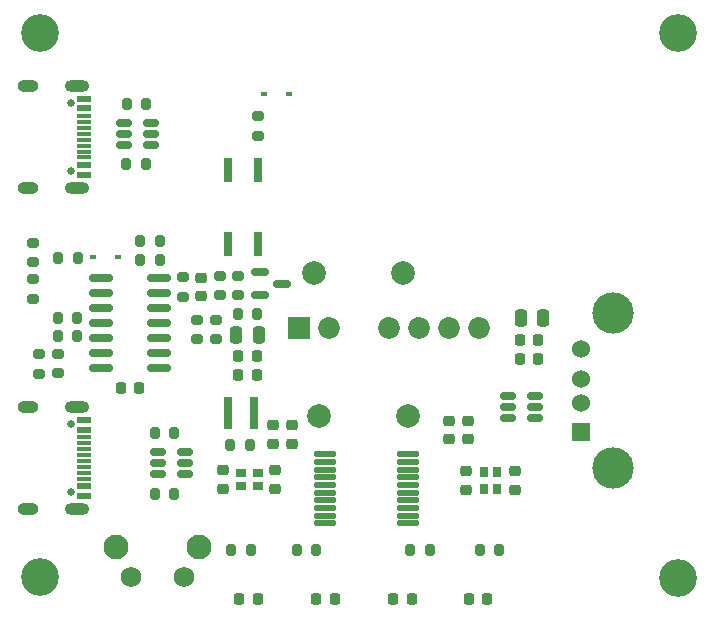
<source format=gbr>
%TF.GenerationSoftware,KiCad,Pcbnew,7.0.9*%
%TF.CreationDate,2023-12-12T13:04:41+02:00*%
%TF.ProjectId,ADuM3165_USB_ISOLATION,4144754d-3331-4363-955f-5553425f4953,rev?*%
%TF.SameCoordinates,Original*%
%TF.FileFunction,Soldermask,Top*%
%TF.FilePolarity,Negative*%
%FSLAX46Y46*%
G04 Gerber Fmt 4.6, Leading zero omitted, Abs format (unit mm)*
G04 Created by KiCad (PCBNEW 7.0.9) date 2023-12-12 13:04:41*
%MOMM*%
%LPD*%
G01*
G04 APERTURE LIST*
G04 Aperture macros list*
%AMRoundRect*
0 Rectangle with rounded corners*
0 $1 Rounding radius*
0 $2 $3 $4 $5 $6 $7 $8 $9 X,Y pos of 4 corners*
0 Add a 4 corners polygon primitive as box body*
4,1,4,$2,$3,$4,$5,$6,$7,$8,$9,$2,$3,0*
0 Add four circle primitives for the rounded corners*
1,1,$1+$1,$2,$3*
1,1,$1+$1,$4,$5*
1,1,$1+$1,$6,$7*
1,1,$1+$1,$8,$9*
0 Add four rect primitives between the rounded corners*
20,1,$1+$1,$2,$3,$4,$5,0*
20,1,$1+$1,$4,$5,$6,$7,0*
20,1,$1+$1,$6,$7,$8,$9,0*
20,1,$1+$1,$8,$9,$2,$3,0*%
G04 Aperture macros list end*
%ADD10RoundRect,0.225000X-0.250000X0.225000X-0.250000X-0.225000X0.250000X-0.225000X0.250000X0.225000X0*%
%ADD11C,2.100000*%
%ADD12C,1.750000*%
%ADD13RoundRect,0.225000X0.250000X-0.225000X0.250000X0.225000X-0.250000X0.225000X-0.250000X-0.225000X0*%
%ADD14RoundRect,0.200000X0.275000X-0.200000X0.275000X0.200000X-0.275000X0.200000X-0.275000X-0.200000X0*%
%ADD15R,1.524000X1.524000*%
%ADD16C,1.524000*%
%ADD17C,3.500000*%
%ADD18RoundRect,0.200000X-0.200000X-0.275000X0.200000X-0.275000X0.200000X0.275000X-0.200000X0.275000X0*%
%ADD19RoundRect,0.218750X-0.218750X-0.256250X0.218750X-0.256250X0.218750X0.256250X-0.218750X0.256250X0*%
%ADD20RoundRect,0.150000X-0.512500X-0.150000X0.512500X-0.150000X0.512500X0.150000X-0.512500X0.150000X0*%
%ADD21RoundRect,0.200000X0.200000X0.275000X-0.200000X0.275000X-0.200000X-0.275000X0.200000X-0.275000X0*%
%ADD22C,0.650000*%
%ADD23R,1.150000X0.600000*%
%ADD24R,1.150000X0.300000*%
%ADD25O,2.100000X1.000000*%
%ADD26O,1.800000X1.000000*%
%ADD27C,3.200000*%
%ADD28RoundRect,0.225000X0.225000X0.250000X-0.225000X0.250000X-0.225000X-0.250000X0.225000X-0.250000X0*%
%ADD29RoundRect,0.200000X-0.275000X0.200000X-0.275000X-0.200000X0.275000X-0.200000X0.275000X0.200000X0*%
%ADD30RoundRect,0.150000X-0.587500X-0.150000X0.587500X-0.150000X0.587500X0.150000X-0.587500X0.150000X0*%
%ADD31R,0.900000X0.800000*%
%ADD32C,2.000000*%
%ADD33R,0.600000X0.450000*%
%ADD34R,0.800000X0.900000*%
%ADD35RoundRect,0.250000X0.250000X0.475000X-0.250000X0.475000X-0.250000X-0.475000X0.250000X-0.475000X0*%
%ADD36RoundRect,0.150000X0.512500X0.150000X-0.512500X0.150000X-0.512500X-0.150000X0.512500X-0.150000X0*%
%ADD37RoundRect,0.125000X-0.825000X-0.125000X0.825000X-0.125000X0.825000X0.125000X-0.825000X0.125000X0*%
%ADD38R,1.850000X1.850000*%
%ADD39C,1.850000*%
%ADD40RoundRect,0.225000X-0.225000X-0.250000X0.225000X-0.250000X0.225000X0.250000X-0.225000X0.250000X0*%
%ADD41R,0.640000X2.000000*%
%ADD42R,0.800000X2.700000*%
%ADD43RoundRect,0.150000X0.825000X0.150000X-0.825000X0.150000X-0.825000X-0.150000X0.825000X-0.150000X0*%
G04 APERTURE END LIST*
D10*
%TO.C,C11*%
X124300000Y-136175000D03*
X124300000Y-137725000D03*
%TD*%
D11*
%TO.C,SW1*%
X116400000Y-146510000D03*
X109390000Y-146510000D03*
D12*
X115150000Y-149000000D03*
X110650000Y-149000000D03*
%TD*%
D13*
%TO.C,C2*%
X116621000Y-125212000D03*
X116621000Y-123662000D03*
%TD*%
D14*
%TO.C,R8*%
X115100000Y-125275000D03*
X115100000Y-123625000D03*
%TD*%
D15*
%TO.C,J3*%
X148800000Y-136750000D03*
D16*
X148800000Y-134250000D03*
X148800000Y-132250000D03*
X148800000Y-129750000D03*
D17*
X151510000Y-139820000D03*
X151510000Y-126680000D03*
%TD*%
D18*
%TO.C,R6*%
X104475000Y-128650000D03*
X106125000Y-128650000D03*
%TD*%
D14*
%TO.C,R20*%
X116300000Y-128875000D03*
X116300000Y-127225000D03*
%TD*%
D18*
%TO.C,R23*%
X134335000Y-146750000D03*
X135985000Y-146750000D03*
%TD*%
D19*
%TO.C,D1*%
X126362500Y-150850000D03*
X127937500Y-150850000D03*
%TD*%
D20*
%TO.C,U5*%
X112972500Y-138420000D03*
X112972500Y-139370000D03*
X112972500Y-140320000D03*
X115247500Y-140320000D03*
X115247500Y-139370000D03*
X115247500Y-138420000D03*
%TD*%
D21*
%TO.C,R18*%
X111925000Y-114050000D03*
X110275000Y-114050000D03*
%TD*%
D13*
%TO.C,C15*%
X122900000Y-141525000D03*
X122900000Y-139975000D03*
%TD*%
%TO.C,C14*%
X139200000Y-137325000D03*
X139200000Y-135775000D03*
%TD*%
D22*
%TO.C,J2*%
X105605000Y-136060000D03*
X105605000Y-141840000D03*
D23*
X106680000Y-135750000D03*
X106680000Y-136550000D03*
D24*
X106680000Y-137700000D03*
X106680000Y-138700000D03*
X106680000Y-139200000D03*
X106680000Y-140200000D03*
D23*
X106680000Y-141350000D03*
X106680000Y-142150000D03*
X106680000Y-142150000D03*
X106680000Y-141350000D03*
D24*
X106680000Y-140700000D03*
X106680000Y-139700000D03*
X106680000Y-138200000D03*
X106680000Y-137200000D03*
D23*
X106680000Y-136550000D03*
X106680000Y-135750000D03*
D25*
X106105000Y-134630000D03*
D26*
X101925000Y-134630000D03*
D25*
X106105000Y-143270000D03*
D26*
X101925000Y-143270000D03*
%TD*%
D27*
%TO.C,H3*%
X157000000Y-149100000D03*
%TD*%
D10*
%TO.C,C18*%
X143200000Y-140075000D03*
X143200000Y-141625000D03*
%TD*%
D18*
%TO.C,R9*%
X119075000Y-137850000D03*
X120725000Y-137850000D03*
%TD*%
D28*
%TO.C,C5*%
X121325000Y-130300000D03*
X119775000Y-130300000D03*
%TD*%
D27*
%TO.C,H2*%
X157000000Y-103000000D03*
%TD*%
D21*
%TO.C,R25*%
X114325000Y-136850000D03*
X112675000Y-136850000D03*
%TD*%
D13*
%TO.C,C17*%
X118500000Y-141525000D03*
X118500000Y-139975000D03*
%TD*%
D29*
%TO.C,R7*%
X104472000Y-130121000D03*
X104472000Y-131771000D03*
%TD*%
D30*
%TO.C,Q1*%
X121561500Y-123227000D03*
X121561500Y-125127000D03*
X123436500Y-124177000D03*
%TD*%
D22*
%TO.C,J1*%
X105605000Y-108860000D03*
X105605000Y-114640000D03*
D23*
X106680000Y-108550000D03*
X106680000Y-109350000D03*
D24*
X106680000Y-110500000D03*
X106680000Y-111500000D03*
X106680000Y-112000000D03*
X106680000Y-113000000D03*
D23*
X106680000Y-114150000D03*
X106680000Y-114950000D03*
X106680000Y-114950000D03*
X106680000Y-114150000D03*
D24*
X106680000Y-113500000D03*
X106680000Y-112500000D03*
X106680000Y-111000000D03*
X106680000Y-110000000D03*
D23*
X106680000Y-109350000D03*
X106680000Y-108550000D03*
D25*
X106105000Y-107430000D03*
D26*
X101925000Y-107430000D03*
D25*
X106105000Y-116070000D03*
D26*
X101925000Y-116070000D03*
%TD*%
D14*
%TO.C,R21*%
X117870000Y-128875000D03*
X117870000Y-127225000D03*
%TD*%
D19*
%TO.C,D6*%
X132862500Y-150850000D03*
X134437500Y-150850000D03*
%TD*%
D18*
%TO.C,R1*%
X111475000Y-120550000D03*
X113125000Y-120550000D03*
%TD*%
D31*
%TO.C,Y1*%
X120000000Y-141300000D03*
X121400000Y-141300000D03*
X121400000Y-140200000D03*
X120000000Y-140200000D03*
%TD*%
D32*
%TO.C,C10*%
X133700000Y-123300000D03*
X126200000Y-123300000D03*
%TD*%
D10*
%TO.C,C12*%
X137600000Y-135775000D03*
X137600000Y-137325000D03*
%TD*%
D33*
%TO.C,D5*%
X109550000Y-121950000D03*
X107450000Y-121950000D03*
%TD*%
D32*
%TO.C,C3*%
X134100000Y-135350000D03*
X126600000Y-135350000D03*
%TD*%
D34*
%TO.C,Y2*%
X141650000Y-141550000D03*
X141650000Y-140150000D03*
X140550000Y-140150000D03*
X140550000Y-141550000D03*
%TD*%
D35*
%TO.C,C4*%
X121500000Y-128500000D03*
X119600000Y-128500000D03*
%TD*%
D13*
%TO.C,C16*%
X139000000Y-141625000D03*
X139000000Y-140075000D03*
%TD*%
D18*
%TO.C,R16*%
X104472000Y-127073000D03*
X106122000Y-127073000D03*
%TD*%
D29*
%TO.C,R12*%
X118224000Y-123498000D03*
X118224000Y-125148000D03*
%TD*%
D13*
%TO.C,C13*%
X122700000Y-137725000D03*
X122700000Y-136175000D03*
%TD*%
D29*
%TO.C,R2*%
X102400000Y-123825000D03*
X102400000Y-125475000D03*
%TD*%
D21*
%TO.C,R17*%
X106185000Y-122000000D03*
X104535000Y-122000000D03*
%TD*%
%TO.C,R26*%
X114325000Y-141950000D03*
X112675000Y-141950000D03*
%TD*%
D33*
%TO.C,D2*%
X124050000Y-108150000D03*
X121950000Y-108150000D03*
%TD*%
D27*
%TO.C,H1*%
X103000000Y-149000000D03*
%TD*%
D35*
%TO.C,C9*%
X145600000Y-127100000D03*
X143700000Y-127100000D03*
%TD*%
D36*
%TO.C,U3*%
X112362500Y-112475000D03*
X112362500Y-111525000D03*
X112362500Y-110575000D03*
X110087500Y-110575000D03*
X110087500Y-111525000D03*
X110087500Y-112475000D03*
%TD*%
D21*
%TO.C,R4*%
X126375000Y-146750000D03*
X124725000Y-146750000D03*
%TD*%
D37*
%TO.C,U4*%
X127100000Y-138625000D03*
X127100000Y-139275000D03*
X127100000Y-139925000D03*
X127100000Y-140575000D03*
X127100000Y-141225000D03*
X127100000Y-141875000D03*
X127100000Y-142525000D03*
X127100000Y-143175000D03*
X127100000Y-143825000D03*
X127100000Y-144475000D03*
X134100000Y-144475000D03*
X134100000Y-143825000D03*
X134100000Y-143175000D03*
X134100000Y-142525000D03*
X134100000Y-141875000D03*
X134100000Y-141225000D03*
X134100000Y-140575000D03*
X134100000Y-139925000D03*
X134100000Y-139275000D03*
X134100000Y-138625000D03*
%TD*%
D14*
%TO.C,R3*%
X121400000Y-111675000D03*
X121400000Y-110025000D03*
%TD*%
%TO.C,R13*%
X102874000Y-131793000D03*
X102874000Y-130143000D03*
%TD*%
D28*
%TO.C,C7*%
X145175000Y-128950000D03*
X143625000Y-128950000D03*
%TD*%
D20*
%TO.C,U6*%
X142622500Y-133670000D03*
X142622500Y-134620000D03*
X142622500Y-135570000D03*
X144897500Y-135570000D03*
X144897500Y-134620000D03*
X144897500Y-133670000D03*
%TD*%
D28*
%TO.C,C8*%
X145175000Y-130550000D03*
X143625000Y-130550000D03*
%TD*%
D21*
%TO.C,R15*%
X111950000Y-108950000D03*
X110300000Y-108950000D03*
%TD*%
D28*
%TO.C,C6*%
X121325000Y-131900000D03*
X119775000Y-131900000D03*
%TD*%
D38*
%TO.C,DCDC1*%
X124890000Y-127936600D03*
D39*
X127430000Y-127936600D03*
X132510000Y-127936600D03*
X135050000Y-127936600D03*
X137590000Y-127936600D03*
X140120000Y-127936600D03*
%TD*%
D40*
%TO.C,C1*%
X109825000Y-132975000D03*
X111375000Y-132975000D03*
%TD*%
D14*
%TO.C,R19*%
X119754000Y-125173000D03*
X119754000Y-123523000D03*
%TD*%
D18*
%TO.C,R11*%
X119175000Y-146750000D03*
X120825000Y-146750000D03*
%TD*%
D41*
%TO.C,U2*%
X121445000Y-114550000D03*
X118905000Y-114550000D03*
X118905000Y-120850000D03*
X121445000Y-120850000D03*
%TD*%
D29*
%TO.C,R5*%
X102400000Y-120725000D03*
X102400000Y-122375000D03*
%TD*%
D18*
%TO.C,R10*%
X140225000Y-146750000D03*
X141875000Y-146750000D03*
%TD*%
%TO.C,R22*%
X119725000Y-126750000D03*
X121375000Y-126750000D03*
%TD*%
D19*
%TO.C,D4*%
X119862500Y-150850000D03*
X121437500Y-150850000D03*
%TD*%
D42*
%TO.C,L1*%
X118900000Y-135150000D03*
X121100000Y-135150000D03*
%TD*%
D21*
%TO.C,R14*%
X113125000Y-122150000D03*
X111475000Y-122150000D03*
%TD*%
D19*
%TO.C,D3*%
X139262500Y-150850000D03*
X140837500Y-150850000D03*
%TD*%
D43*
%TO.C,U1*%
X113075000Y-131360000D03*
X113075000Y-130090000D03*
X113075000Y-128820000D03*
X113075000Y-127550000D03*
X113075000Y-126280000D03*
X113075000Y-125010000D03*
X113075000Y-123740000D03*
X108125000Y-123740000D03*
X108125000Y-125010000D03*
X108125000Y-126280000D03*
X108125000Y-127550000D03*
X108125000Y-128820000D03*
X108125000Y-130090000D03*
X108125000Y-131360000D03*
%TD*%
D27*
%TO.C,H4*%
X103000000Y-103000000D03*
%TD*%
M02*

</source>
